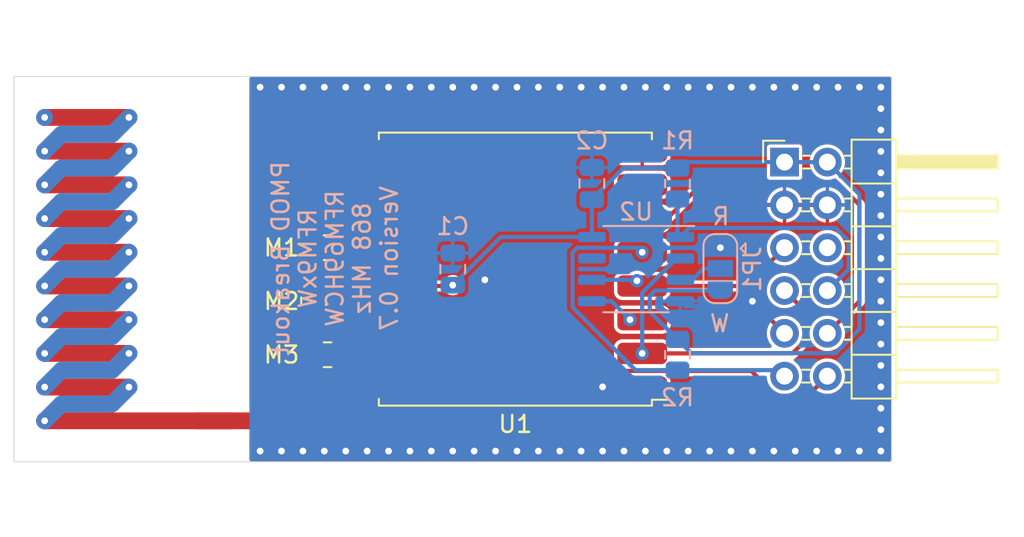
<source format=kicad_pcb>
(kicad_pcb (version 20221018) (generator pcbnew)
  (layers (0 "F.Cu" signal) (31 "B.Cu" signal) (34 "B.Paste" user) (35 "F.Paste" user) (36 "B.SilkS" user "B.Silkscreen") (37 "F.SilkS" user "F.Silkscreen") (38 "B.Mask" user) (39 "F.Mask" user) (44 "Edge.Cuts" user))
  (net 0 "")
  (net 1 "GND")
  (net 2 "DIO0")
  (net 3 "nRESET")
  (net 4 "nCS")
  (net 5 "SCK")
  (net 6 "MOSI")
  (net 7 "MISO")
  (net 8 "VCC")
  (net 10 "nCS2")
  (net 11 "Net-(AE1-A)")
  (net 17 "Net-(U1-ANT)")
  (net 18 "Net-(JP1-C)")
  (footprint "Connector_PinHeader_2.54mm:PinHeader_2x06_P2.54mm_Horizontal" (layer "F.Cu") (at 149.86 43.18)
    (fp_text reference "J1" hide)
    (fp_text value "Conn_02x06_Odd_Even")
    (fp_line (start -1.27 -1.27) (end 0 -1.27) (stroke (width 0.12)) (layer "F.SilkS"))
    (fp_line (start -1.27 0) (end -1.27 -1.27) (stroke (width 0.12)) (layer "F.SilkS"))
    (fp_line (start 1.042929 2.16) (end 1.497071 2.16) (stroke (width 0.12)) (layer "F.SilkS"))
    (fp_line (start 1.042929 2.92) (end 1.497071 2.92) (stroke (width 0.12)) (layer "F.SilkS"))
    (fp_line (start 1.042929 4.7) (end 1.497071 4.7) (stroke (width 0.12)) (layer "F.SilkS"))
    (fp_line (start 1.042929 5.46) (end 1.497071 5.46) (stroke (width 0.12)) (layer "F.SilkS"))
    (fp_line (start 1.042929 7.24) (end 1.497071 7.24) (stroke (width 0.12)) (layer "F.SilkS"))
    (fp_line (start 1.042929 8) (end 1.497071 8) (stroke (width 0.12)) (layer "F.SilkS"))
    (fp_line (start 1.042929 9.78) (end 1.497071 9.78) (stroke (width 0.12)) (layer "F.SilkS"))
    (fp_line (start 1.042929 10.54) (end 1.497071 10.54) (stroke (width 0.12)) (layer "F.SilkS"))
    (fp_line (start 1.042929 12.32) (end 1.497071 12.32) (stroke (width 0.12)) (layer "F.SilkS"))
    (fp_line (start 1.042929 13.08) (end 1.497071 13.08) (stroke (width 0.12)) (layer "F.SilkS"))
    (fp_line (start 1.11 -0.38) (end 1.497071 -0.38) (stroke (width 0.12)) (layer "F.SilkS"))
    (fp_line (start 1.11 0.38) (end 1.497071 0.38) (stroke (width 0.12)) (layer "F.SilkS"))
    (fp_line (start 3.582929 -0.38) (end 3.98 -0.38) (stroke (width 0.12)) (layer "F.SilkS"))
    (fp_line (start 3.582929 0.38) (end 3.98 0.38) (stroke (width 0.12)) (layer "F.SilkS"))
    (fp_line (start 3.582929 2.16) (end 3.98 2.16) (stroke (width 0.12)) (layer "F.SilkS"))
    (fp_line (start 3.582929 2.92) (end 3.98 2.92) (stroke (width 0.12)) (layer "F.SilkS"))
    (fp_line (start 3.582929 4.7) (end 3.98 4.7) (stroke (width 0.12)) (layer "F.SilkS"))
    (fp_line (start 3.582929 5.46) (end 3.98 5.46) (stroke (width 0.12)) (layer "F.SilkS"))
    (fp_line (start 3.582929 7.24) (end 3.98 7.24) (stroke (width 0.12)) (layer "F.SilkS"))
    (fp_line (start 3.582929 8) (end 3.98 8) (stroke (width 0.12)) (layer "F.SilkS"))
    (fp_line (start 3.582929 9.78) (end 3.98 9.78) (stroke (width 0.12)) (layer "F.SilkS"))
    (fp_line (start 3.582929 10.54) (end 3.98 10.54) (stroke (width 0.12)) (layer "F.SilkS"))
    (fp_line (start 3.582929 12.32) (end 3.98 12.32) (stroke (width 0.12)) (layer "F.SilkS"))
    (fp_line (start 3.582929 13.08) (end 3.98 13.08) (stroke (width 0.12)) (layer "F.SilkS"))
    (fp_line (start 3.98 -1.33) (end 3.98 14.03) (stroke (width 0.12)) (layer "F.SilkS"))
    (fp_line (start 3.98 1.27) (end 6.64 1.27) (stroke (width 0.12)) (layer "F.SilkS"))
    (fp_line (start 3.98 3.81) (end 6.64 3.81) (stroke (width 0.12)) (layer "F.SilkS"))
    (fp_line (start 3.98 6.35) (end 6.64 6.35) (stroke (width 0.12)) (layer "F.SilkS"))
    (fp_line (start 3.98 8.89) (end 6.64 8.89) (stroke (width 0.12)) (layer "F.SilkS"))
    (fp_line (start 3.98 11.43) (end 6.64 11.43) (stroke (width 0.12)) (layer "F.SilkS"))
    (fp_line (start 3.98 14.03) (end 6.64 14.03) (stroke (width 0.12)) (layer "F.SilkS"))
    (fp_line (start 6.64 -1.33) (end 3.98 -1.33) (stroke (width 0.12)) (layer "F.SilkS"))
    (fp_line (start 6.64 -0.38) (end 12.64 -0.38) (stroke (width 0.12)) (layer "F.SilkS"))
    (fp_line (start 6.64 -0.32) (end 12.64 -0.32) (stroke (width 0.12)) (layer "F.SilkS"))
    (fp_line (start 6.64 -0.2) (end 12.64 -0.2) (stroke (width 0.12)) (layer "F.SilkS"))
    (fp_line (start 6.64 -0.08) (end 12.64 -0.08) (stroke (width 0.12)) (layer "F.SilkS"))
    (fp_line (start 6.64 0.04) (end 12.64 0.04) (stroke (width 0.12)) (layer "F.SilkS"))
    (fp_line (start 6.64 0.16) (end 12.64 0.16) (stroke (width 0.12)) (layer "F.SilkS"))
    (fp_line (start 6.64 0.28) (end 12.64 0.28) (stroke (width 0.12)) (layer "F.SilkS"))
    (fp_line (start 6.64 2.16) (end 12.64 2.16) (stroke (width 0.12)) (layer "F.SilkS"))
    (fp_line (start 6.64 4.7) (end 12.64 4.7) (stroke (width 0.12)) (layer "F.SilkS"))
    (fp_line (start 6.64 7.24) (end 12.64 7.24) (stroke (width 0.12)) (layer "F.SilkS"))
    (fp_line (start 6.64 9.78) (end 12.64 9.78) (stroke (width 0.12)) (layer "F.SilkS"))
    (fp_line (start 6.64 12.32) (end 12.64 12.32) (stroke (width 0.12)) (layer "F.SilkS"))
    (fp_line (start 6.64 14.03) (end 6.64 -1.33) (stroke (width 0.12)) (layer "F.SilkS"))
    (fp_line (start 12.64 -0.38) (end 12.64 0.38) (stroke (width 0.12)) (layer "F.SilkS"))
    (fp_line (start 12.64 0.38) (end 6.64 0.38) (stroke (width 0.12)) (layer "F.SilkS"))
    (fp_line (start 12.64 2.16) (end 12.64 2.92) (stroke (width 0.12)) (layer "F.SilkS"))
    (fp_line (start 12.64 2.92) (end 6.64 2.92) (stroke (width 0.12)) (layer "F.SilkS"))
    (fp_line (start 12.64 4.7) (end 12.64 5.46) (stroke (width 0.12)) (layer "F.SilkS"))
    (fp_line (start 12.64 5.46) (end 6.64 5.46) (stroke (width 0.12)) (layer "F.SilkS"))
    (fp_line (start 12.64 7.24) (end 12.64 8) (stroke (width 0.12)) (layer "F.SilkS"))
    (fp_line (start 12.64 8) (end 6.64 8) (stroke (width 0.12)) (layer "F.SilkS"))
    (fp_line (start 12.64 9.78) (end 12.64 10.54) (stroke (width 0.12)) (layer "F.SilkS"))
    (fp_line (start 12.64 10.54) (end 6.64 10.54) (stroke (width 0.12)) (layer "F.SilkS"))
    (fp_line (start 12.64 12.32) (end 12.64 13.08) (stroke (width 0.12)) (layer "F.SilkS"))
    (fp_line (start 12.64 13.08) (end 6.64 13.08) (stroke (width 0.12)) (layer "F.SilkS"))
    (pad "1" thru_hole rect (at 0 0) (size 1.7 1.7) (drill 1) (layers "*.Cu" "*.Mask") (net 8 "VCC"))
    (pad "2" thru_hole oval (at 2.54 0) (size 1.7 1.7) (drill 1) (layers "*.Cu" "*.Mask") (net 8 "VCC"))
    (pad "3" thru_hole oval (at 0 2.54) (size 1.7 1.7) (drill 1) (layers "*.Cu" "*.Mask") (net 1 "GND"))
    (pad "4" thru_hole oval (at 2.54 2.54) (size 1.7 1.7) (drill 1) (layers "*.Cu" "*.Mask") (net 1 "GND"))
    (pad "5" thru_hole oval (at 0 5.08) (size 1.7 1.7) (drill 1) (layers "*.Cu" "*.Mask") (net 5 "SCK"))
    (pad "6" thru_hole oval (at 2.54 5.08) (size 1.7 1.7) (drill 1) (layers "*.Cu" "*.Mask"))
    (pad "7" thru_hole oval (at 0 7.62) (size 1.7 1.7) (drill 1) (layers "*.Cu" "*.Mask") (net 7 "MISO"))
    (pad "8" thru_hole oval (at 2.54 7.62) (size 1.7 1.7) (drill 1) (layers "*.Cu" "*.Mask") (net 10 "nCS2"))
    (pad "9" thru_hole oval (at 0 10.16) (size 1.7 1.7) (drill 1) (layers "*.Cu" "*.Mask") (net 6 "MOSI"))
    (pad "10" thru_hole oval (at 2.54 10.16) (size 1.7 1.7) (drill 1) (layers "*.Cu" "*.Mask") (net 3 "nRESET"))
    (pad "11" thru_hole oval (at 0 12.7) (size 1.7 1.7) (drill 1) (layers "*.Cu" "*.Mask") (net 4 "nCS"))
    (pad "12" thru_hole oval (at 2.54 12.7) (size 1.7 1.7) (drill 1) (layers "*.Cu" "*.Mask") (net 2 "DIO0"))
  )
  (footprint "Resistor_SMD:R_0805_2012Metric" (layer "F.Cu") (at 122.745 54.61)
    (fp_text reference "M3" (at -2.73 0) (layer "F.SilkS"))
    (fp_text value "12 nH")
    (fp_line (start -0.227064 -0.735) (end 0.227064 -0.735) (stroke (width 0.12)) (layer "F.SilkS"))
    (fp_line (start -0.227064 0.735) (end 0.227064 0.735) (stroke (width 0.12)) (layer "F.SilkS"))
    (pad "1" smd roundrect (at -0.9125 0) (size 1.025 1.4) (layers "F.Cu" "F.Paste" "F.Mask") (roundrect_rratio 0.243902439) (net 11 "Net-(AE1-A)"))
    (pad "2" smd roundrect (at 0.9125 0) (size 1.025 1.4) (layers "F.Cu" "F.Paste" "F.Mask") (roundrect_rratio 0.243902439) (net 1 "GND"))
  )
  (footprint "RF_Module:HOPERF_RFM9XW_SMD" (layer "F.Cu") (at 133.89 49.53 180)
    (fp_text reference "U1" (at 0 -9.2) (layer "F.SilkS"))
    (fp_text value "RFM95W-868S2")
    (fp_line (start -8.1 -8.1) (end -8.1 -7.75) (stroke (width 0.12)) (layer "F.SilkS"))
    (fp_line (start -8.1 -8.1) (end 8.1 -8.1) (stroke (width 0.12)) (layer "F.SilkS"))
    (fp_line (start -8.1 -7.75) (end -9 -7.75) (stroke (width 0.12)) (layer "F.SilkS"))
    (fp_line (start -8.1 7.7) (end -8.1 8.1) (stroke (width 0.12)) (layer "F.SilkS"))
    (fp_line (start -8.1 8.1) (end 8.1 8.1) (stroke (width 0.12)) (layer "F.SilkS"))
    (fp_line (start 8.1 -8.1) (end 8.1 -7.7) (stroke (width 0.12)) (layer "F.SilkS"))
    (fp_line (start 8.1 8.1) (end 8.1 7.7) (stroke (width 0.12)) (layer "F.SilkS"))
    (pad "1" smd roundrect (at -7.525 -7 180) (size 2.95 1.27) (layers "F.Cu" "F.Paste" "F.Mask") (net 1 "GND"))
    (pad "2" smd roundrect (at -7.525 -5 180) (size 2.95 1.27) (layers "F.Cu" "F.Paste" "F.Mask") (net 7 "MISO"))
    (pad "3" smd roundrect (at -7.525 -3 180) (size 2.95 1.27) (layers "F.Cu" "F.Paste" "F.Mask") (net 6 "MOSI"))
    (pad "4" smd roundrect (at -7.525 -1 180) (size 2.95 1.27) (layers "F.Cu" "F.Paste" "F.Mask") (net 5 "SCK"))
    (pad "5" smd roundrect (at -7.525 1 180) (size 2.95 1.27) (layers "F.Cu" "F.Paste" "F.Mask") (net 4 "nCS"))
    (pad "6" smd roundrect (at -7.525 3 180) (size 2.95 1.27) (layers "F.Cu" "F.Paste" "F.Mask") (net 3 "nRESET"))
    (pad "7" smd roundrect (at -7.525 5 180) (size 2.95 1.27) (layers "F.Cu" "F.Paste" "F.Mask"))
    (pad "8" smd roundrect (at -7.525 7 180) (size 2.95 1.27) (layers "F.Cu" "F.Paste" "F.Mask") (net 1 "GND"))
    (pad "9" smd roundrect (at 7.525 7 180) (size 2.95 1.27) (layers "F.Cu" "F.Paste" "F.Mask") (net 17 "Net-(U1-ANT)"))
    (pad "10" smd roundrect (at 7.525 5 180) (size 2.95 1.27) (layers "F.Cu" "F.Paste" "F.Mask") (net 1 "GND"))
    (pad "11" smd roundrect (at 7.525 3 180) (size 2.95 1.27) (layers "F.Cu" "F.Paste" "F.Mask"))
    (pad "12" smd roundrect (at 7.525 1 180) (size 2.95 1.27) (layers "F.Cu" "F.Paste" "F.Mask"))
    (pad "13" smd roundrect (at 7.525 -1 180) (size 2.95 1.27) (layers "F.Cu" "F.Paste" "F.Mask") (net 8 "VCC"))
    (pad "14" smd roundrect (at 7.525 -3 180) (size 2.95 1.27) (layers "F.Cu" "F.Paste" "F.Mask") (net 2 "DIO0"))
    (pad "15" smd roundrect (at 7.525 -5 180) (size 2.95 1.27) (layers "F.Cu" "F.Paste" "F.Mask"))
    (pad "16" smd roundrect (at 7.525 -7 180) (size 2.95 1.27) (layers "F.Cu" "F.Paste" "F.Mask"))
  )
  (footprint "Resistor_SMD:R_0805_2012Metric" (layer "F.Cu") (at 122.745 48.26)
    (fp_text reference "M1" (at -2.73 0) (layer "F.SilkS"))
    (fp_text value "DNP")
    (fp_line (start -0.227064 -0.735) (end 0.227064 -0.735) (stroke (width 0.12)) (layer "F.SilkS"))
    (fp_line (start -0.227064 0.735) (end 0.227064 0.735) (stroke (width 0.12)) (layer "F.SilkS"))
    (pad "1" smd roundrect (at -0.9125 0) (size 1.025 1.4) (layers "F.Cu" "F.Paste" "F.Mask") (roundrect_rratio 0.243902439) (net 17 "Net-(U1-ANT)"))
    (pad "2" smd roundrect (at 0.9125 0) (size 1.025 1.4) (layers "F.Cu" "F.Paste" "F.Mask") (roundrect_rratio 0.243902439) (net 1 "GND"))
  )
  (footprint "Resistor_SMD:R_0805_2012Metric" (layer "F.Cu") (at 121.92 51.435 -90)
    (fp_text reference "M2" (at 0 1.905) (layer "F.SilkS"))
    (fp_text value "1 pF")
    (fp_line (start -0.227064 -0.735) (end 0.227064 -0.735) (stroke (width 0.12)) (layer "F.SilkS"))
    (fp_line (start -0.227064 0.735) (end 0.227064 0.735) (stroke (width 0.12)) (layer "F.SilkS"))
    (pad "1" smd roundrect (at -0.9125 0 270) (size 1.025 1.4) (layers "F.Cu" "F.Paste" "F.Mask") (roundrect_rratio 0.243902439) (net 17 "Net-(U1-ANT)"))
    (pad "2" smd roundrect (at 0.9125 0 270) (size 1.025 1.4) (layers "F.Cu" "F.Paste" "F.Mask") (roundrect_rratio 0.243902439) (net 11 "Net-(AE1-A)"))
  )
  (footprint "RF_Antenna:Texas_SWRA416_868MHz_915MHz" (layer "F.Cu") (at 111.76 49.53 90)
    (fp_text reference "AE1" hide)
    (fp_text value "Antenna")
    (fp_line (start -9 5.2) (end -9 -5.8) (stroke (width 1)) (layer "F.Cu"))
    (fp_line (start -7 -5.8) (end -7 -0.8) (stroke (width 1)) (layer "F.Cu"))
    (fp_line (start -5 -5.8) (end -5 -0.8) (stroke (width 1)) (layer "F.Cu"))
    (fp_line (start -3 -5.8) (end -3 -0.8) (stroke (width 1)) (layer "F.Cu"))
    (fp_line (start -1 -5.8) (end -1 -0.8) (stroke (width 1)) (layer "F.Cu"))
    (fp_line (start 1 -5.8) (end 1 -0.8) (stroke (width 1)) (layer "F.Cu"))
    (fp_line (start 3 -5.8) (end 3 -0.8) (stroke (width 1)) (layer "F.Cu"))
    (fp_line (start 5 -5.8) (end 5 -0.8) (stroke (width 1)) (layer "F.Cu"))
    (fp_line (start 7 -5.8) (end 7 -0.8) (stroke (width 1)) (layer "F.Cu"))
    (fp_line (start 9 -5.8) (end 9 -0.8) (stroke (width 1)) (layer "F.Cu"))
    (fp_line (start -9 -5.8) (end -8 -4.8) (stroke (width 1)) (layer "B.Cu"))
    (fp_line (start -8 -4.8) (end -8 -1.8) (stroke (width 1)) (layer "B.Cu"))
    (fp_line (start -8 -1.8) (end -7 -0.8) (stroke (width 1)) (layer "B.Cu"))
    (fp_line (start -7 -5.8) (end -6 -4.8) (stroke (width 1)) (layer "B.Cu"))
    (fp_line (start -6 -4.8) (end -6 -1.8) (stroke (width 1)) (layer "B.Cu"))
    (fp_line (start -6 -1.8) (end -5 -0.8) (stroke (width 1)) (layer "B.Cu"))
    (fp_line (start -5 -5.8) (end -4 -4.8) (stroke (width 1)) (layer "B.Cu"))
    (fp_line (start -4 -4.8) (end -4 -1.8) (stroke (width 1)) (layer "B.Cu"))
    (fp_line (start -4 -1.8) (end -3 -0.8) (stroke (width 1)) (layer "B.Cu"))
    (fp_line (start -3 -5.8) (end -2 -4.8) (stroke (width 1)) (layer "B.Cu"))
    (fp_line (start -2 -4.8) (end -2 -1.8) (stroke (width 1)) (layer "B.Cu"))
    (fp_line (start -2 -1.8) (end -1 -0.8) (stroke (width 1)) (layer "B.Cu"))
    (fp_line (start -1 -5.8) (end 0 -4.8) (stroke (width 1)) (layer "B.Cu"))
    (fp_line (start 0 -4.8) (end 0 -1.8) (stroke (width 1)) (layer "B.Cu"))
    (fp_line (start 0 -1.8) (end 1 -0.8) (stroke (width 1)) (layer "B.Cu"))
    (fp_line (start 1 -5.8) (end 2 -4.8) (stroke (width 1)) (layer "B.Cu"))
    (fp_line (start 2 -4.8) (end 2 -1.8) (stroke (width 1)) (layer "B.Cu"))
    (fp_line (start 2 -1.8) (end 3 -0.8) (stroke (width 1)) (layer "B.Cu"))
    (fp_line (start 3 -5.8) (end 4 -4.8) (stroke (width 1)) (layer "B.Cu"))
    (fp_line (start 4 -4.8) (end 4 -1.8) (stroke (width 1)) (layer "B.Cu"))
    (fp_line (start 4 -1.8) (end 5 -0.8) (stroke (width 1)) (layer "B.Cu"))
    (fp_line (start 5 -5.8) (end 6 -4.8) (stroke (width 1)) (layer "B.Cu"))
    (fp_line (start 6 -4.8) (end 6 -1.8) (stroke (width 1)) (layer "B.Cu"))
    (fp_line (start 6 -1.8) (end 7 -0.8) (stroke (width 1)) (layer "B.Cu"))
    (fp_line (start 7 -5.8) (end 8 -4.8) (stroke (width 1)) (layer "B.Cu"))
    (fp_line (start 8 -4.8) (end 8 -1.8) (stroke (width 1)) (layer "B.Cu"))
    (fp_line (start 8 -1.8) (end 9 -0.8) (stroke (width 1)) (layer "B.Cu"))
    (pad "" thru_hole circle (at -9 -5.8 270) (size 1 1) (drill 0.4) (layers "*.Cu"))
    (pad "" thru_hole circle (at -7 -5.8 270) (size 1 1) (drill 0.4) (layers "*.Cu"))
    (pad "" thru_hole circle (at -7 -0.8 270) (size 1 1) (drill 0.4) (layers "*.Cu"))
    (pad "" thru_hole circle (at -5 -5.8 270) (size 1 1) (drill 0.4) (layers "*.Cu"))
    (pad "" thru_hole circle (at -5 -0.8 270) (size 1 1) (drill 0.4) (layers "*.Cu"))
    (pad "" thru_hole circle (at -3 -5.8 270) (size 1 1) (drill 0.4) (layers "*.Cu"))
    (pad "" thru_hole circle (at -3 -0.8 270) (size 1 1) (drill 0.4) (layers "*.Cu"))
    (pad "" thru_hole circle (at -1 -5.8 270) (size 1 1) (drill 0.4) (layers "*.Cu"))
    (pad "" thru_hole circle (at -1 -0.8 270) (size 1 1) (drill 0.4) (layers "*.Cu"))
    (pad "" thru_hole circle (at 1 -5.8 270) (size 1 1) (drill 0.4) (layers "*.Cu"))
    (pad "" thru_hole circle (at 1 -0.8 270) (size 1 1) (drill 0.4) (layers "*.Cu"))
    (pad "" thru_hole circle (at 3 -5.8 270) (size 1 1) (drill 0.4) (layers "*.Cu"))
    (pad "" thru_hole circle (at 3 -0.8 270) (size 1 1) (drill 0.4) (layers "*.Cu"))
    (pad "" thru_hole circle (at 5 -5.8 270) (size 1 1) (drill 0.4) (layers "*.Cu"))
    (pad "" thru_hole circle (at 5 -0.8 270) (size 1 1) (drill 0.4) (layers "*.Cu"))
    (pad "" thru_hole circle (at 7 -5.8 270) (size 1 1) (drill 0.4) (layers "*.Cu"))
    (pad "" thru_hole circle (at 7 -0.8 270) (size 1 1) (drill 0.4) (layers "*.Cu"))
    (pad "" thru_hole circle (at 9 -5.8 270) (size 1 1) (drill 0.4) (layers "*.Cu"))
    (pad "" thru_hole circle (at 9 -0.8 270) (size 1 1) (drill 0.4) (layers "*.Cu"))
    (pad "1" smd trapezoid (at -9 5.9 270) (size 0.4 0.8) (rect_delta 0 0.3) (layers "F.Cu") (net 11 "Net-(AE1-A)"))
    (zone (net 0) (net_name "") (layer "F.Cu") (connect_pads (clearance 0)) (min_thickness 0.254)
      (keepout (tracks allowed) (vias allowed) (pads allowed) (copperpour not_allowed) (footprints not_allowed))
      (fill (thermal_gap 0.508) (thermal_bridge_width 0.508))
      (polygon (pts (xy 117.46 59.23) (xy 117.46 39.83) (xy 105.26 39.83) (xy 105.26 59.23)))
    )
  )
  (footprint "Jumper:SolderJumper-3_P1.3mm_Open_RoundedPad1.0x1.5mm" (layer "B.Cu") (at 146.05 49.5 -90)
    (fp_text reference "JP1" (at 0.03 -1.905 90) (layer "B.SilkS") (effects (justify mirror)))
    (fp_text value "SolderJumper_3_Open")
    (fp_line (start -2.05 -0.3) (end -2.05 0.3) (stroke (width 0.12)) (layer "B.SilkS"))
    (fp_line (start -1.5 -1.5) (end -0.9 -1.5) (stroke (width 0.12)) (layer "B.SilkS"))
    (fp_line (start -1.4 1) (end 1.4 1) (stroke (width 0.12)) (layer "B.SilkS"))
    (fp_line (start -1.2 -1.2) (end -1.5 -1.5) (stroke (width 0.12)) (layer "B.SilkS"))
    (fp_line (start -1.2 -1.2) (end -0.9 -1.5) (stroke (width 0.12)) (layer "B.SilkS"))
    (fp_line (start 1.4 -1) (end -1.4 -1) (stroke (width 0.12)) (layer "B.SilkS"))
    (fp_line (start 2.05 0.3) (end 2.05 -0.3) (stroke (width 0.12)) (layer "B.SilkS"))
    (fp_arc (start -2.05 -0.3) (mid -1.844975 -0.794975) (end -1.35 -1) (stroke (width 0.12)) (layer "B.SilkS"))
    (fp_arc (start -1.35 1) (mid -1.844975 0.794975) (end -2.05 0.3) (stroke (width 0.12)) (layer "B.SilkS"))
    (fp_arc (start 1.35 -1) (mid 1.844975 -0.794975) (end 2.05 -0.3) (stroke (width 0.12)) (layer "B.SilkS"))
    (fp_arc (start 2.05 0.3) (mid 1.844975 0.794975) (end 1.35 1) (stroke (width 0.12)) (layer "B.SilkS"))
    (pad "1" smd custom (at -1.3 0 270) (size 1 0.5) (layers "B.Cu" "B.Mask") (net 1 "GND") (options (clearance outline) (anchor rect)) (primitives (gr_circle (center 0 -0.25) (end 0.5 -0.25) (width 0) (fill yes)) (gr_circle (center 0 0.25) (end 0.5 0.25) (width 0) (fill yes)) (gr_poly (pts (xy 0.55 -0.75) (xy 0 -0.75) (xy 0 0.75) (xy 0.55 0.75)) (width 0) (fill yes))))
    (pad "2" smd rect (at 0 0 270) (size 1 1.5) (layers "B.Cu" "B.Mask") (net 18 "Net-(JP1-C)"))
    (pad "3" smd custom (at 1.3 0 270) (size 1 0.5) (layers "B.Cu" "B.Mask") (net 8 "VCC") (options (clearance outline) (anchor rect)) (primitives (gr_circle (center 0 -0.25) (end 0.5 -0.25) (width 0) (fill yes)) (gr_circle (center 0 0.25) (end 0.5 0.25) (width 0) (fill yes)) (gr_poly (pts (xy 0 -0.75) (xy -0.55 -0.75) (xy -0.55 0.75) (xy 0 0.75)) (width 0) (fill yes))))
  )
  (footprint "Capacitor_SMD:C_0805_2012Metric" (layer "B.Cu") (at 130.175 49.53 90)
    (fp_text reference "C1" (at 2.54 0 180) (layer "B.SilkS") (effects (justify mirror)))
    (fp_text value "C_Small")
    (fp_line (start -0.261252 -0.735) (end 0.261252 -0.735) (stroke (width 0.12)) (layer "B.SilkS"))
    (fp_line (start -0.261252 0.735) (end 0.261252 0.735) (stroke (width 0.12)) (layer "B.SilkS"))
    (pad "1" smd roundrect (at -0.95 0 90) (size 1 1.45) (layers "B.Cu" "B.Paste" "B.Mask") (net 8 "VCC"))
    (pad "2" smd roundrect (at 0.95 0 90) (size 1 1.45) (layers "B.Cu" "B.Paste" "B.Mask") (net 1 "GND"))
  )
  (footprint "Resistor_SMD:R_0805_2012Metric" (layer "B.Cu") (at 143.51 54.61 -90)
    (fp_text reference "R2" (at 2.54 0 -180) (layer "B.SilkS") (effects (justify mirror)))
    (fp_text value "R_Small")
    (fp_line (start -0.227064 -0.735) (end 0.227064 -0.735) (stroke (width 0.12)) (layer "B.SilkS"))
    (fp_line (start -0.227064 0.735) (end 0.227064 0.735) (stroke (width 0.12)) (layer "B.SilkS"))
    (pad "1" smd roundrect (at -0.9125 0 270) (size 1.025 1.4) (layers "B.Cu" "B.Paste" "B.Mask") (roundrect_rratio 0.243902439) (net 8 "VCC"))
    (pad "2" smd roundrect (at 0.9125 0 270) (size 1.025 1.4) (layers "B.Cu" "B.Paste" "B.Mask") (roundrect_rratio 0.243902439) (net 4 "nCS"))
  )
  (footprint "Resistor_SMD:R_0805_2012Metric" (layer "B.Cu") (at 143.51 44.45 -90)
    (fp_text reference "R1" (at -2.54 0 -180) (layer "B.SilkS") (effects (justify mirror)))
    (fp_text value "R_Small")
    (fp_line (start -0.227064 -0.735) (end 0.227064 -0.735) (stroke (width 0.12)) (layer "B.SilkS"))
    (fp_line (start -0.227064 0.735) (end 0.227064 0.735) (stroke (width 0.12)) (layer "B.SilkS"))
    (pad "1" smd roundrect (at -0.9125 0 270) (size 1.025 1.4) (layers "B.Cu" "B.Paste" "B.Mask") (roundrect_rratio 0.243902439) (net 8 "VCC"))
    (pad "2" smd roundrect (at 0.9125 0 270) (size 1.025 1.4) (layers "B.Cu" "B.Paste" "B.Mask") (roundrect_rratio 0.243902439) (net 10 "nCS2"))
  )
  (footprint "Capacitor_SMD:C_0805_2012Metric" (layer "B.Cu") (at 138.43 44.45 90)
    (fp_text reference "C2" (at 2.54 0 180) (layer "B.SilkS") (effects (justify mirror)))
    (fp_text value "C_Small")
    (fp_line (start -0.261252 -0.735) (end 0.261252 -0.735) (stroke (width 0.12)) (layer "B.SilkS"))
    (fp_line (start -0.261252 0.735) (end 0.261252 0.735) (stroke (width 0.12)) (layer "B.SilkS"))
    (pad "1" smd roundrect (at -0.95 0 90) (size 1 1.45) (layers "B.Cu" "B.Paste" "B.Mask") (net 8 "VCC"))
    (pad "2" smd roundrect (at 0.95 0 90) (size 1 1.45) (layers "B.Cu" "B.Paste" "B.Mask") (net 1 "GND"))
  )
  (footprint "Package_SO:SOP-8_3.9x4.9mm_P1.27mm" (layer "B.Cu") (at 141.055 49.53 180)
    (fp_text reference "U2" (at 0 3.4) (layer "B.SilkS") (effects (justify mirror)))
    (fp_text value "SPI FLASH")
    (fp_line (start 0 -2.56) (end -1.95 -2.56) (stroke (width 0.12)) (layer "B.SilkS"))
    (fp_line (start 0 -2.56) (end 1.95 -2.56) (stroke (width 0.12)) (layer "B.SilkS"))
    (fp_line (start 0 2.56) (end -3.45 2.56) (stroke (width 0.12)) (layer "B.SilkS"))
    (fp_line (start 0 2.56) (end 1.95 2.56) (stroke (width 0.12)) (layer "B.SilkS"))
    (pad "1" smd roundrect (at -2.625 1.905 180) (size 1.65 0.6) (layers "B.Cu" "B.Paste" "B.Mask") (net 10 "nCS2"))
    (pad "2" smd roundrect (at -2.625 0.635 180) (size 1.65 0.6) (layers "B.Cu" "B.Paste" "B.Mask") (net 7 "MISO"))
    (pad "3" smd roundrect (at -2.625 -0.635 180) (size 1.65 0.6) (layers "B.Cu" "B.Paste" "B.Mask") (net 18 "Net-(JP1-C)"))
    (pad "4" smd roundrect (at -2.625 -1.905 180) (size 1.65 0.6) (layers "B.Cu" "B.Paste" "B.Mask") (net 1 "GND"))
    (pad "5" smd roundrect (at 2.625 -1.905 180) (size 1.65 0.6) (layers "B.Cu" "B.Paste" "B.Mask") (net 6 "MOSI"))
    (pad "6" smd roundrect (at 2.625 -0.635 180) (size 1.65 0.6) (layers "B.Cu" "B.Paste" "B.Mask") (net 5 "SCK"))
    (pad "7" smd roundrect (at 2.625 0.635 180) (size 1.65 0.6) (layers "B.Cu" "B.Paste" "B.Mask"))
    (pad "8" smd roundrect (at 2.625 1.905 180) (size 1.65 0.6) (layers "B.Cu" "B.Paste" "B.Mask") (net 8 "VCC"))
  )
  (gr_rect (start 104.14 38.1) (end 156.21 60.96) (stroke (width 0.05)) (fill none) (layer "Edge.Cuts"))
  (gr_text "PMOD Breakout\nRFM9xW\nRFM69HCW\n868 MHz\nVersion 0.7" (at 119.38 48.895 90) (layer "B.SilkS") (effects (font (size 1 1)) (justify top mirror)))
  (gr_text "W" (at 146.685 53.34) (layer "B.SilkS") (effects (font (size 1 1)) (justify left bottom mirror)))
  (gr_text "R" (at 146.685 46.99) (layer "B.SilkS") (effects (font (size 1 1)) (justify left bottom mirror)))
  (segment (start 149.86 45.72) (end 152.4 45.72) (width 0.25) (layer "F.Cu") (net 1))
  (segment (start 146.05 48.26) (end 148.59 45.72) (width 0.25) (layer "F.Cu") (net 1))
  (segment (start 148.59 45.72) (end 149.86 45.72) (width 0.25) (layer "F.Cu") (net 1))
  (via (at 142.875 38.735) (size 0.8) (drill 0.4) (layers "F.Cu" "B.Cu") (net 1))
  (via (at 132.08 50.165) (size 0.8) (drill 0.4) (layers "F.Cu" "B.Cu") (net 1))
  (via (at 155.575 40.005) (size 0.8) (drill 0.4) (layers "F.Cu" "B.Cu") (net 1))
  (via (at 154.305 60.325) (size 0.8) (drill 0.4) (layers "F.Cu" "B.Cu") (net 1))
  (via (at 155.575 56.515) (size 0.8) (drill 0.4) (layers "F.Cu" "B.Cu") (net 1))
  (via (at 128.905 60.325) (size 0.8) (drill 0.4) (layers "F.Cu" "B.Cu") (net 1))
  (via (at 123.825 60.325) (size 0.8) (drill 0.4) (layers "F.Cu" "B.Cu") (net 1))
  (via (at 155.575 55.245) (size 0.8) (drill 0.4) (layers "F.Cu" "B.Cu") (net 1))
  (via (at 126.365 38.735) (size 0.8) (drill 0.4) (layers "F.Cu" "B.Cu") (net 1))
  (via (at 155.575 41.275) (size 0.8) (drill 0.4) (layers "F.Cu" "B.Cu") (net 1))
  (via (at 130.175 38.735) (size 0.8) (drill 0.4) (layers "F.Cu" "B.Cu") (net 1))
  (via (at 135.255 38.735) (size 0.8) (drill 0.4) (layers "F.Cu" "B.Cu") (net 1))
  (via (at 132.715 60.325) (size 0.8) (drill 0.4) (layers "F.Cu" "B.Cu") (net 1))
  (via (at 149.225 60.325) (size 0.8) (drill 0.4) (layers "F.Cu" "B.Cu") (net 1))
  (via (at 128.905 38.735) (size 0.8) (drill 0.4) (layers "F.Cu" "B.Cu") (net 1))
  (via (at 155.575 57.785) (size 0.8) (drill 0.4) (layers "F.Cu" "B.Cu") (net 1))
  (via (at 139.065 60.325) (size 0.8) (drill 0.4) (layers "F.Cu" "B.Cu") (net 1))
  (via (at 126.365 60.325) (size 0.8) (drill 0.4) (layers "F.Cu" "B.Cu") (net 1))
  (via (at 144.145 38.735) (size 0.8) (drill 0.4) (layers "F.Cu" "B.Cu") (net 1))
  (via (at 150.495 38.735) (size 0.8) (drill 0.4) (layers "F.Cu" "B.Cu") (net 1))
  (via (at 132.715 38.735) (size 0.8) (drill 0.4) (layers "F.Cu" "B.Cu") (net 1))
  (via (at 131.445 60.325) (size 0.8) (drill 0.4) (layers "F.Cu" "B.Cu") (net 1))
  (via (at 155.575 59.055) (size 0.8) (drill 0.4) (layers "F.Cu" "B.Cu") (net 1))
  (via (at 151.765 60.325) (size 0.8) (drill 0.4) (layers "F.Cu" "B.Cu") (net 1))
  (via (at 137.795 60.325) (size 0.8) (drill 0.4) (layers "F.Cu" "B.Cu") (net 1))
  (via (at 147.955 51.435) (size 0.8) (drill 0.4) (layers "F.Cu" "B.Cu") (net 1))
  (via (at 122.555 38.735) (size 0.8) (drill 0.4) (layers "F.Cu" "B.Cu") (net 1))
  (via (at 155.575 38.735) (size 0.8) (drill 0.4) (layers "F.Cu" "B.Cu") (net 1))
  (via (at 121.285 60.325) (size 0.8) (drill 0.4) (layers "F.Cu" "B.Cu") (net 1))
  (via (at 153.035 60.325) (size 0.8) (drill 0.4) (layers "F.Cu" "B.Cu") (net 1))
  (via (at 145.415 38.735) (size 0.8) (drill 0.4) (layers "F.Cu" "B.Cu") (net 1))
  (via (at 154.305 38.735) (size 0.8) (drill 0.4) (layers "F.Cu" "B.Cu") (net 1))
  (via (at 127.635 38.735) (size 0.8) (drill 0.4) (layers "F.Cu" "B.Cu") (net 1))
  (via (at 133.985 60.325) (size 0.8) (drill 0.4) (layers "F.Cu" "B.Cu") (net 1))
  (via (at 155.575 43.815) (size 0.8) (drill 0.4) (layers "F.Cu" "B.Cu") (net 1))
  (via (at 144.145 60.325) (size 0.8) (drill 0.4) (layers "F.Cu" "B.Cu") (net 1))
  (via (at 155.575 45.085) (size 0.8) (drill 0.4) (layers "F.Cu" "B.Cu") (net 1))
  (via (at 127.635 60.325) (size 0.8) (drill 0.4) (layers "F.Cu" "B.Cu") (net 1))
  (via (at 155.575 53.975) (size 0.8) (drill 0.4) (layers "F.Cu" "B.Cu") (net 1))
  (via (at 155.575 51.435) (size 0.8) (drill 0.4) (layers "F.Cu" "B.Cu") (net 1))
  (via (at 125.095 38.735) (size 0.8) (drill 0.4) (layers "F.Cu" "B.Cu") (net 1))
  (via (at 150.495 60.325) (size 0.8) (drill 0.4) (layers "F.Cu" "B.Cu") (net 1))
  (via (at 155.575 42.545) (size 0.8) (drill 0.4) (layers "F.Cu" "B.Cu") (net 1))
  (via (at 122.555 60.325) (size 0.8) (drill 0.4) (layers "F.Cu" "B.Cu") (net 1))
  (via (at 151.765 38.735) (size 0.8) (drill 0.4) (layers "F.Cu" "B.Cu") (net 1))
  (via (at 137.795 38.735) (size 0.8) (drill 0.4) (layers "F.Cu" "B.Cu") (net 1))
  (via (at 121.285 38.735) (size 0.8) (drill 0.4) (layers "F.Cu" "B.Cu") (net 1))
  (via (at 153.035 38.735) (size 0.8) (drill 0.4) (layers "F.Cu" "B.Cu") (net 1))
  (via (at 155.575 52.705) (size 0.8) (drill 0.4) (layers "F.Cu" "B.Cu") (net 1))
  (via (at 125.095 60.325) (size 0.8) (drill 0.4) (layers "F.Cu" "B.Cu") (net 1))
  (via (at 142.875 60.325) (size 0.8) (drill 0.4) (layers "F.Cu" "B.Cu") (net 1))
  (via (at 120.015 38.735) (size 0.8) (drill 0.4) (layers "F.Cu" "B.Cu") (net 1))
  (via (at 140.335 60.325) (size 0.8) (drill 0.4) (layers "F.Cu" "B.Cu") (net 1))
  (via (at 130.175 60.325) (size 0.8) (drill 0.4) (layers "F.Cu" "B.Cu") (net 1))
  (via (at 149.225 38.735) (size 0.8) (drill 0.4) (layers "F.Cu" "B.Cu") (net 1))
  (via (at 139.065 56.515) (size 0.8) (drill 0.4) (layers "F.Cu" "B.Cu") (net 1))
  (via (at 118.745 38.735) (size 0.8) (drill 0.4) (layers "F.Cu" "B.Cu") (net 1))
  (via (at 155.575 50.165) (size 0.8) (drill 0.4) (layers "F.Cu" "B.Cu") (net 1))
  (via (at 155.575 47.625) (size 0.8) (drill 0.4) (layers "F.Cu" "B.Cu") (net 1))
  (via (at 146.685 38.735) (size 0.8) (drill 0.4) (layers "F.Cu" "B.Cu") (net 1))
  (via (at 146.05 48.26) (size 0.8) (drill 0.4) (layers "F.Cu" "B.Cu") (net 1))
  (via (at 118.745 60.325) (size 0.8) (drill 0.4) (layers "F.Cu" "B.Cu") (net 1))
  (via (at 146.685 60.325) (size 0.8) (drill 0.4) (layers "F.Cu" "B.Cu") (net 1))
  (via (at 155.575 46.355) (size 0.8) (drill 0.4) (layers "F.Cu" "B.Cu") (net 1))
  (via (at 135.255 60.325) (size 0.8) (drill 0.4) (layers "F.Cu" "B.Cu") (net 1))
  (via (at 141.605 60.325) (size 0.8) (drill 0.4) (layers "F.Cu" "B.Cu") (net 1))
  (via (at 155.575 60.325) (size 0.8) (drill 0.4) (layers "F.Cu" "B.Cu") (net 1))
  (via (at 136.525 38.735) (size 0.8) (drill 0.4) (layers "F.Cu" "B.Cu") (net 1))
  (via (at 133.985 38.735) (size 0.8) (drill 0.4) (layers "F.Cu" "B.Cu") (net 1))
  (via (at 155.575 48.895) (size 0.8) (drill 0.4) (layers "F.Cu" "B.Cu") (net 1))
  (via (at 139.065 38.735) (size 0.8) (drill 0.4) (layers "F.Cu" "B.Cu") (net 1))
  (via (at 120.015 60.325) (size 0.8) (drill 0.4) (layers "F.Cu" "B.Cu") (net 1))
  (via (at 123.825 38.735) (size 0.8) (drill 0.4) (layers "F.Cu" "B.Cu") (net 1))
  (via (at 145.415 60.325) (size 0.8) (drill 0.4) (layers "F.Cu" "B.Cu") (net 1))
  (via (at 141.605 38.735) (size 0.8) (drill 0.4) (layers "F.Cu" "B.Cu") (net 1))
  (via (at 147.955 38.735) (size 0.8) (drill 0.4) (layers "F.Cu" "B.Cu") (net 1))
  (via (at 147.955 60.325) (size 0.8) (drill 0.4) (layers "F.Cu" "B.Cu") (net 1))
  (via (at 136.525 60.325) (size 0.8) (drill 0.4) (layers "F.Cu" "B.Cu") (net 1))
  (via (at 140.335 38.735) (size 0.8) (drill 0.4) (layers "F.Cu" "B.Cu") (net 1))
  (via (at 131.445 38.735) (size 0.8) (drill 0.4) (layers "F.Cu" "B.Cu") (net 1))
  (segment (start 147.655001 51.734999) (end 147.955 51.435) (width 0.25) (layer "B.Cu") (net 1))
  (segment (start 147.955 51.435) (end 147.955 49.355) (width 0.25) (layer "B.Cu") (net 1))
  (segment (start 143.68 51.435) (end 143.979999 51.734999) (width 0.25) (layer "B.Cu") (net 1))
  (segment (start 146.8 48.2) (end 146.05 48.2) (width 0.25) (layer "B.Cu") (net 1))
  (segment (start 147.955 49.355) (end 146.8 48.2) (width 0.25) (layer "B.Cu") (net 1))
  (segment (start 143.979999 51.734999) (end 147.655001 51.734999) (width 0.25) (layer "B.Cu") (net 1))
  (segment (start 126.365 52.53) (end 134.445 52.53) (width 0.25) (layer "F.Cu") (net 2))
  (segment (start 134.445 52.53) (end 137.485 55.57) (width 0.25) (layer "F.Cu") (net 2))
  (segment (start 151.225 57.055) (end 152.4 55.88) (width 0.25) (layer "F.Cu") (net 2))
  (segment (start 149.373299 57.055) (end 151.225 57.055) (width 0.25) (layer "F.Cu") (net 2))
  (segment (start 147.888299 55.57) (end 149.373299 57.055) (width 0.25) (layer "F.Cu") (net 2))
  (segment (start 137.485 55.57) (end 147.888299 55.57) (width 0.25) (layer "F.Cu") (net 2))
  (segment (start 154.305 45.72) (end 153.035 44.45) (width 0.25) (layer "F.Cu") (net 3))
  (segment (start 144.97 44.45) (end 142.89 46.53) (width 0.25) (layer "F.Cu") (net 3))
  (segment (start 152.4 53.34) (end 154.305 51.435) (width 0.25) (layer "F.Cu") (net 3))
  (segment (start 153.035 44.45) (end 144.97 44.45) (width 0.25) (layer "F.Cu") (net 3))
  (segment (start 154.305 51.435) (end 154.305 45.72) (width 0.25) (layer "F.Cu") (net 3))
  (segment (start 141.875 46.99) (end 141.415 46.53) (width 0.25) (layer "F.Cu") (net 3))
  (segment (start 142.89 46.53) (end 141.415 46.53) (width 0.25) (layer "F.Cu") (net 3))
  (via (at 141.415 48.53) (size 0.8) (drill 0.4) (layers "F.Cu" "B.Cu") (net 4))
  (segment (start 149.5025 55.5225) (end 149.86 55.88) (width 0.25) (layer "B.Cu") (net 4))
  (segment (start 143.51 55.5225) (end 143.3275 55.705) (width 0.25) (layer "B.Cu") (net 4))
  (segment (start 137.28 48.544092) (end 137.564092 48.26) (width 0.25) (layer "B.Cu") (net 4))
  (segment (start 143.51 55.5225) (end 141.016592 55.5225) (width 0.25) (layer "B.Cu") (net 4))
  (segment (start 140.219546 54.725454) (end 137.28 51.785908) (width 0.25) (layer "B.Cu") (net 4))
  (segment (start 141.145 48.26) (end 141.415 48.53) (width 0.25) (layer "B.Cu") (net 4))
  (segment (start 137.28 51.785908) (end 137.28 48.544092) (width 0.25) (layer "B.Cu") (net 4))
  (segment (start 140.749092 55.255) (end 140.219546 54.725454) (width 0.25) (layer "B.Cu") (net 4))
  (segment (start 137.564092 48.26) (end 141.145 48.26) (width 0.25) (layer "B.Cu") (net 4))
  (segment (start 143.51 55.5225) (end 149.5025 55.5225) (width 0.25) (layer "B.Cu") (net 4))
  (segment (start 141.016592 55.5225) (end 140.219546 54.725454) (width 0.25) (layer "B.Cu") (net 4))
  (segment (start 147.59 50.53) (end 149.86 48.26) (width 0.25) (layer "F.Cu") (net 5))
  (segment (start 141.415 50.53) (end 147.59 50.53) (width 0.25) (layer "F.Cu") (net 5))
  (via (at 141.104326 50.219325) (size 0.8) (drill 0.4) (layers "F.Cu" "B.Cu") (net 5))
  (segment (start 141.050001 50.165) (end 141.104326 50.219325) (width 0.25) (layer "B.Cu") (net 5))
  (segment (start 138.43 50.165) (end 141.050001 50.165) (width 0.25) (layer "B.Cu") (net 5))
  (segment (start 149.86 53.34) (end 149.05 52.53) (width 0.25) (layer "F.Cu") (net 6))
  (segment (start 149.05 52.53) (end 140.6905 52.53) (width 0.25) (layer "F.Cu") (net 6))
  (via (at 140.6905 52.53) (size 0.8) (drill 0.4) (layers "F.Cu" "B.Cu") (net 6))
  (segment (start 139.5955 51.435) (end 140.6905 52.53) (width 0.25) (layer "B.Cu") (net 6))
  (segment (start 138.43 51.435) (end 139.5955 51.435) (width 0.25) (layer "B.Cu") (net 6))
  (segment (start 151.13 52.07) (end 149.86 50.8) (width 0.25) (layer "F.Cu") (net 7))
  (segment (start 150.331701 54.53) (end 151.13 53.731701) (width 0.25) (layer "F.Cu") (net 7))
  (segment (start 151.13 53.731701) (end 151.13 52.07) (width 0.25) (layer "F.Cu") (net 7))
  (segment (start 141.415 54.53) (end 150.331701 54.53) (width 0.25) (layer "F.Cu") (net 7))
  (via (at 141.415 54.53) (size 0.8) (drill 0.4) (layers "F.Cu" "B.Cu") (net 7))
  (segment (start 143.453249 48.895) (end 141.415 50.933249) (width 0.25) (layer "B.Cu") (net 7))
  (segment (start 141.415 50.933249) (end 141.415 54.53) (width 0.25) (layer "B.Cu") (net 7))
  (segment (start 143.68 48.895) (end 143.453249 48.895) (width 0.25) (layer "B.Cu") (net 7))
  (segment (start 126.365 50.53) (end 130.125 50.53) (width 0.25) (layer "F.Cu") (net 8))
  (segment (start 130.125 50.53) (end 130.175 50.48) (width 0.25) (layer "F.Cu") (net 8))
  (via (at 130.175 50.48) (size 0.8) (drill 0.4) (layers "F.Cu" "B.Cu") (net 8))
  (segment (start 143.51 53.6975) (end 141.865 52.0525) (width 0.25) (layer "B.Cu") (net 8))
  (segment (start 142.184645 50.8) (end 146.05 50.8) (width 0.25) (layer "B.Cu") (net 8))
  (segment (start 141.865 51.119645) (end 142.184645 50.8) (width 0.25) (layer "B.Cu") (net 8))
  (segment (start 152.4 43.18) (end 149.86 43.18) (width 0.25) (layer "B.Cu") (net 8))
  (segment (start 144.3275 54.515) (end 152.886701 54.515) (width 0.25) (layer "B.Cu") (net 8))
  (segment (start 143.8675 43.18) (end 143.51 43.5375) (width 0.25) (layer "B.Cu") (net 8))
  (segment (start 141.865 52.0525) (end 141.865 51.119645) (width 0.25) (layer "B.Cu") (net 8))
  (segment (start 149.86 43.18) (end 143.8675 43.18) (width 0.25) (layer "B.Cu") (net 8))
  (segment (start 152.886701 54.515) (end 154.305 53.096701) (width 0.25) (layer "B.Cu") (net 8))
  (segment (start 138.43 47.625) (end 133.03 47.625) (width 0.25) (layer "B.Cu") (net 8))
  (segment (start 133.03 47.625) (end 130.175 50.48) (width 0.25) (layer "B.Cu") (net 8))
  (segment (start 143.51 43.5375) (end 140.2925 43.5375) (width 0.25) (layer "B.Cu") (net 8))
  (segment (start 138.43 45.4) (end 138.43 47.625) (width 0.25) (layer "B.Cu") (net 8))
  (segment (start 154.305 45.085) (end 152.4 43.18) (width 0.25) (layer "B.Cu") (net 8))
  (segment (start 154.305 53.096701) (end 154.305 45.085) (width 0.25) (layer "B.Cu") (net 8))
  (segment (start 143.51 53.6975) (end 144.3275 54.515) (width 0.25) (layer "B.Cu") (net 8))
  (segment (start 140.2925 43.5375) (end 138.43 45.4) (width 0.25) (layer "B.Cu") (net 8))
  (segment (start 143.51 45.3625) (end 143.51 47.455) (width 0.25) (layer "B.Cu") (net 10))
  (segment (start 143.68 47.625) (end 144.22 47.085) (width 0.25) (layer "B.Cu") (net 10))
  (segment (start 143.51 47.625) (end 143.68 47.625) (width 0.25) (layer "B.Cu") (net 10))
  (segment (start 153.67 49.53) (end 152.4 50.8) (width 0.25) (layer "B.Cu") (net 10))
  (segment (start 152.886701 47.085) (end 153.67 47.868299) (width 0.25) (layer "B.Cu") (net 10))
  (segment (start 143.51 47.455) (end 143.68 47.625) (width 0.25) (layer "B.Cu") (net 10))
  (segment (start 153.67 47.868299) (end 153.67 49.53) (width 0.25) (layer "B.Cu") (net 10))
  (segment (start 144.22 47.085) (end 152.886701 47.085) (width 0.25) (layer "B.Cu") (net 10))
  (segment (start 115 58.53) (end 119.905 58.53) (width 1) (layer "F.Cu") (net 11))
  (segment (start 119.905 58.53) (end 121.92 56.515) (width 1) (layer "F.Cu") (net 11))
  (segment (start 121.92 56.515) (end 121.92 52.895) (width 1) (layer "F.Cu") (net 11))
  (segment (start 126.35 42.545) (end 126.365 42.53) (width 1) (layer "F.Cu") (net 17))
  (segment (start 121.92 43.815) (end 121.92 50.5225) (width 1) (layer "F.Cu") (net 17))
  (segment (start 123.19 42.545) (end 126.35 42.545) (width 1) (layer "F.Cu") (net 17))
  (segment (start 121.92 43.815) (end 123.19 42.545) (width 1) (layer "F.Cu") (net 17))
  (segment (start 144.385 50.165) (end 145.05 49.5) (width 0.25) (layer "B.Cu") (net 18))
  (segment (start 145.05 49.5) (end 146.05 49.5) (width 0.25) (layer "B.Cu") (net 18))
  (segment (start 143.68 50.165) (end 144.385 50.165) (width 0.25) (layer "B.Cu") (net 18))
  (zone (net 1) (net_name "GND") (layers "F&B.Cu") (connect_pads (clearance 0.2)) (min_thickness 0.2) (fill yes (thermal_gap 0.2) (thermal_bridge_width 0.2))
    (polygon (pts (xy 156.21 60.96) (xy 118.11 60.96) (xy 118.11 38.1) (xy 156.21 38.1)))
  )
)
</source>
